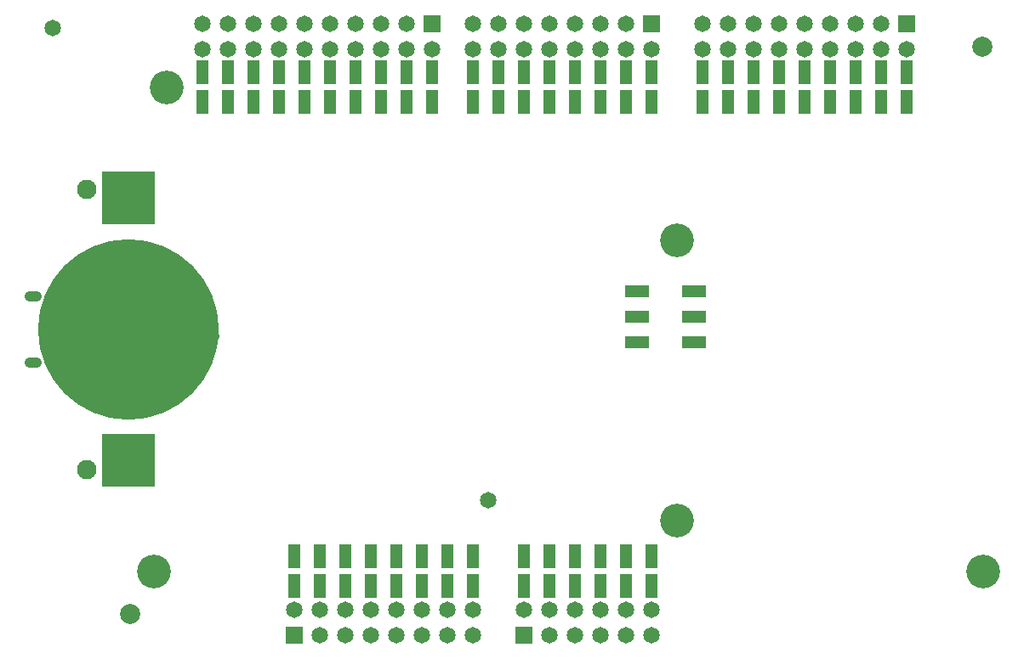
<source format=gbs>
G04 Layer_Color=16711935*
%FSLAX24Y24*%
%MOIN*%
G70*
G01*
G75*
%ADD107R,0.0462X0.0922*%
%ADD128C,0.0787*%
%ADD140C,0.0651*%
%ADD141O,0.0690X0.0414*%
%ADD142R,0.0651X0.0651*%
%ADD143C,0.0761*%
%ADD144C,0.1320*%
%ADD145C,0.0300*%
%ADD146C,0.7087*%
%ADD147R,0.0934X0.0462*%
%ADD148R,0.2060X0.2060*%
G04:AMPARAMS|DCode=149|XSize=399.7mil|YSize=399.7mil|CornerRadius=101.4mil|HoleSize=0mil|Usage=FLASHONLY|Rotation=270.000|XOffset=0mil|YOffset=0mil|HoleType=Round|Shape=RoundedRectangle|*
%AMROUNDEDRECTD149*
21,1,0.3997,0.1969,0,0,270.0*
21,1,0.1969,0.3997,0,0,270.0*
1,1,0.2029,-0.0984,-0.0984*
1,1,0.2029,-0.0984,0.0984*
1,1,0.2029,0.0984,0.0984*
1,1,0.2029,0.0984,-0.0984*
%
%ADD149ROUNDEDRECTD149*%
D107*
X27000Y22573D02*
D03*
Y21419D02*
D03*
X35000D02*
D03*
Y22573D02*
D03*
X31000D02*
D03*
Y21419D02*
D03*
X30000Y22573D02*
D03*
Y21419D02*
D03*
X32000Y22573D02*
D03*
Y21419D02*
D03*
X33000Y22573D02*
D03*
Y21419D02*
D03*
X34000D02*
D03*
Y22573D02*
D03*
X28000Y21419D02*
D03*
Y22573D02*
D03*
X29000Y21419D02*
D03*
Y22573D02*
D03*
X11000Y3573D02*
D03*
Y2419D02*
D03*
X15000D02*
D03*
Y3573D02*
D03*
X16000Y2419D02*
D03*
Y3573D02*
D03*
X14000Y2419D02*
D03*
Y3573D02*
D03*
X13000Y2419D02*
D03*
Y3573D02*
D03*
X12000D02*
D03*
Y2419D02*
D03*
X18000Y3573D02*
D03*
Y2419D02*
D03*
X17000Y3573D02*
D03*
Y2419D02*
D03*
X25000Y21419D02*
D03*
Y22573D02*
D03*
X21000D02*
D03*
Y21419D02*
D03*
X20000Y22573D02*
D03*
Y21419D02*
D03*
X22000Y22573D02*
D03*
Y21419D02*
D03*
X23000Y22573D02*
D03*
Y21419D02*
D03*
X24000D02*
D03*
Y22573D02*
D03*
X18000Y21419D02*
D03*
Y22573D02*
D03*
X19000Y21419D02*
D03*
Y22573D02*
D03*
X8400D02*
D03*
Y21419D02*
D03*
X7400Y22573D02*
D03*
Y21419D02*
D03*
X16400D02*
D03*
Y22573D02*
D03*
X12400D02*
D03*
Y21419D02*
D03*
X11400Y22573D02*
D03*
Y21419D02*
D03*
X13400Y22573D02*
D03*
Y21419D02*
D03*
X14400Y22573D02*
D03*
Y21419D02*
D03*
X15400D02*
D03*
Y22573D02*
D03*
X9400Y21419D02*
D03*
Y22573D02*
D03*
X10400Y21419D02*
D03*
Y22573D02*
D03*
X21000Y2419D02*
D03*
Y3573D02*
D03*
X22000D02*
D03*
Y2419D02*
D03*
X23000Y3573D02*
D03*
Y2419D02*
D03*
X25000Y3573D02*
D03*
Y2419D02*
D03*
X24000Y3573D02*
D03*
Y2419D02*
D03*
X20000D02*
D03*
Y3573D02*
D03*
D128*
X37973Y23596D02*
D03*
X4580Y1310D02*
D03*
D140*
X1530Y24306D02*
D03*
X18600Y5780D02*
D03*
X28000Y24496D02*
D03*
Y23496D02*
D03*
X31000D02*
D03*
Y24496D02*
D03*
X33000Y23496D02*
D03*
Y24496D02*
D03*
X34000Y23496D02*
D03*
Y24496D02*
D03*
X35000Y23496D02*
D03*
X32000Y24496D02*
D03*
Y23496D02*
D03*
X30000Y24496D02*
D03*
Y23496D02*
D03*
X29000D02*
D03*
Y24496D02*
D03*
X27000D02*
D03*
Y23496D02*
D03*
X25000Y1496D02*
D03*
Y496D02*
D03*
X23000Y1496D02*
D03*
Y496D02*
D03*
X20000Y1496D02*
D03*
X21000Y496D02*
D03*
Y1496D02*
D03*
X22000Y496D02*
D03*
Y1496D02*
D03*
X24000Y496D02*
D03*
Y1496D02*
D03*
X18000Y496D02*
D03*
Y1496D02*
D03*
X15000D02*
D03*
Y496D02*
D03*
X13000Y1496D02*
D03*
Y496D02*
D03*
X12000Y1496D02*
D03*
Y496D02*
D03*
X11000Y1496D02*
D03*
X14000Y496D02*
D03*
Y1496D02*
D03*
X16000Y496D02*
D03*
Y1496D02*
D03*
X17000D02*
D03*
Y496D02*
D03*
X18000Y24496D02*
D03*
Y23496D02*
D03*
X21000D02*
D03*
Y24496D02*
D03*
X23000Y23496D02*
D03*
Y24496D02*
D03*
X24000Y23496D02*
D03*
Y24496D02*
D03*
X25000Y23496D02*
D03*
X22000Y24496D02*
D03*
Y23496D02*
D03*
X20000Y24496D02*
D03*
Y23496D02*
D03*
X19000D02*
D03*
Y24496D02*
D03*
X7400D02*
D03*
Y23496D02*
D03*
X8400D02*
D03*
Y24496D02*
D03*
X10400D02*
D03*
Y23496D02*
D03*
X11400D02*
D03*
Y24496D02*
D03*
X13400Y23496D02*
D03*
Y24496D02*
D03*
X16400Y23496D02*
D03*
X15400Y24496D02*
D03*
Y23496D02*
D03*
X14400Y24496D02*
D03*
Y23496D02*
D03*
X12400Y24496D02*
D03*
Y23496D02*
D03*
X9400D02*
D03*
Y24496D02*
D03*
D141*
X765Y11197D02*
D03*
Y13795D02*
D03*
D142*
X35000Y24496D02*
D03*
X20000Y496D02*
D03*
X11000D02*
D03*
X25000Y24496D02*
D03*
X16400D02*
D03*
D143*
X2880Y17996D02*
D03*
Y6996D02*
D03*
D144*
X26000Y4996D02*
D03*
Y15996D02*
D03*
X5500Y2996D02*
D03*
X6000Y21996D02*
D03*
X38000Y2996D02*
D03*
D145*
X3370Y15430D02*
D03*
X5240Y15440D02*
D03*
X2500Y14870D02*
D03*
X2790Y13550D02*
D03*
X2510Y11260D02*
D03*
X1360Y11840D02*
D03*
Y12750D02*
D03*
X4326Y11791D02*
D03*
X6350Y15280D02*
D03*
X6500Y12496D02*
D03*
X3700Y13500D02*
D03*
X5296Y11666D02*
D03*
X7916Y12236D02*
D03*
X6500Y10496D02*
D03*
X2390Y11866D02*
D03*
X4546Y11396D02*
D03*
X4500Y14496D02*
D03*
X3100Y9426D02*
D03*
X3140Y10066D02*
D03*
X4410Y10246D02*
D03*
X5250Y10236D02*
D03*
D146*
X4500Y12490D02*
D03*
D147*
X24438Y11996D02*
D03*
X26662D02*
D03*
X24438Y12996D02*
D03*
Y13996D02*
D03*
X26662Y12996D02*
D03*
Y13996D02*
D03*
D148*
X4500Y7340D02*
D03*
Y17640D02*
D03*
D149*
Y12490D02*
D03*
M02*

</source>
